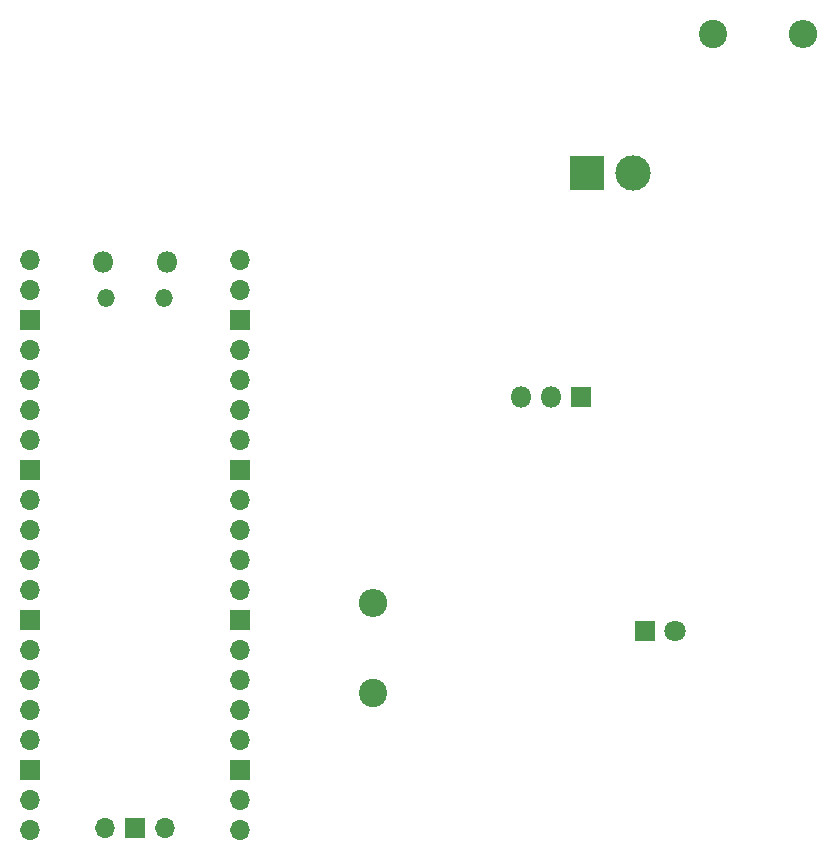
<source format=gbr>
%TF.GenerationSoftware,KiCad,Pcbnew,8.0.0*%
%TF.CreationDate,2024-03-27T17:07:57-03:00*%
%TF.ProjectId,primeiro,7072696d-6569-4726-9f2e-6b696361645f,rev?*%
%TF.SameCoordinates,Original*%
%TF.FileFunction,Soldermask,Bot*%
%TF.FilePolarity,Negative*%
%FSLAX46Y46*%
G04 Gerber Fmt 4.6, Leading zero omitted, Abs format (unit mm)*
G04 Created by KiCad (PCBNEW 8.0.0) date 2024-03-27 17:07:57*
%MOMM*%
%LPD*%
G01*
G04 APERTURE LIST*
%ADD10C,2.400000*%
%ADD11O,2.400000X2.400000*%
%ADD12R,1.800000X1.800000*%
%ADD13O,1.800000X1.800000*%
%ADD14O,1.700000X1.700000*%
%ADD15R,1.700000X1.700000*%
%ADD16O,1.500000X1.500000*%
%ADD17C,3.000000*%
%ADD18R,3.000000X3.000000*%
%ADD19C,1.800000*%
G04 APERTURE END LIST*
D10*
%TO.C,R2*%
X178715000Y-39500000D03*
D11*
X186335000Y-39500000D03*
%TD*%
D12*
%TO.C,Q1*%
X167540000Y-70250000D03*
D13*
X165000000Y-70250000D03*
X162460000Y-70250000D03*
%TD*%
D14*
%TO.C,U2*%
X132355000Y-106685000D03*
D15*
X129815000Y-106685000D03*
D14*
X127275000Y-106685000D03*
X138705000Y-58655000D03*
X138705000Y-61195000D03*
D15*
X138705000Y-63735000D03*
D14*
X138705000Y-66275000D03*
X138705000Y-68815000D03*
X138705000Y-71355000D03*
X138705000Y-73895000D03*
D15*
X138705000Y-76435000D03*
D14*
X138705000Y-78975000D03*
X138705000Y-81515000D03*
X138705000Y-84055000D03*
X138705000Y-86595000D03*
D15*
X138705000Y-89135000D03*
D14*
X138705000Y-91675000D03*
X138705000Y-94215000D03*
X138705000Y-96755000D03*
X138705000Y-99295000D03*
D15*
X138705000Y-101835000D03*
D14*
X138705000Y-104375000D03*
X138705000Y-106915000D03*
X120925000Y-106915000D03*
X120925000Y-104375000D03*
D15*
X120925000Y-101835000D03*
D14*
X120925000Y-99295000D03*
X120925000Y-96755000D03*
X120925000Y-94215000D03*
X120925000Y-91675000D03*
D15*
X120925000Y-89135000D03*
D14*
X120925000Y-86595000D03*
X120925000Y-84055000D03*
X120925000Y-81515000D03*
X120925000Y-78975000D03*
D15*
X120925000Y-76435000D03*
D14*
X120925000Y-73895000D03*
X120925000Y-71355000D03*
X120925000Y-68815000D03*
X120925000Y-66275000D03*
D15*
X120925000Y-63735000D03*
D14*
X120925000Y-61195000D03*
X120925000Y-58655000D03*
D13*
X132540000Y-58785000D03*
D16*
X132240000Y-61815000D03*
X127390000Y-61815000D03*
D13*
X127090000Y-58785000D03*
%TD*%
D11*
%TO.C,R1*%
X150000000Y-87665000D03*
D10*
X150000000Y-95285000D03*
%TD*%
D17*
%TO.C,J1*%
X171972500Y-51250000D03*
D18*
X168092500Y-51250000D03*
%TD*%
D12*
%TO.C,D1*%
X173000000Y-90000000D03*
D19*
X175540000Y-90000000D03*
%TD*%
M02*

</source>
